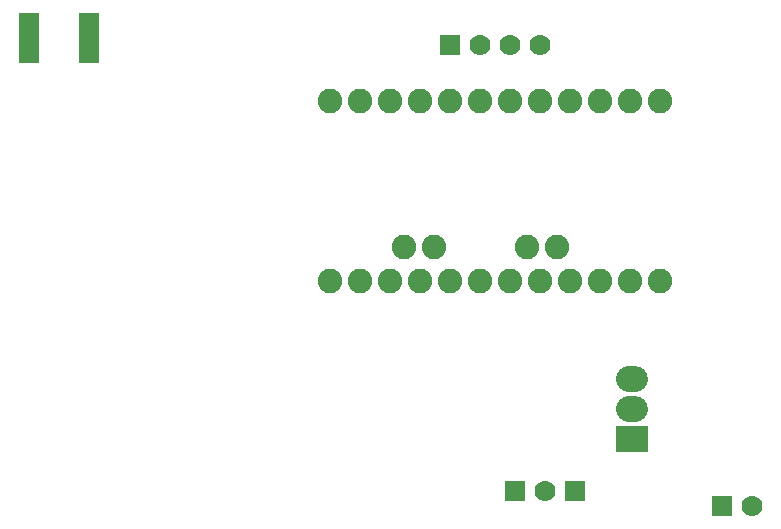
<source format=gbs>
G04 ---------------------------- Layer name :BOTTOM SOLDER LAYER*
G04 EasyEDA v5.7.24, Sat, 01 Sep 2018 15:29:15 GMT*
G04 70d3823de7e84894a96469fe6f11b24c*
G04 Gerber Generator version 0.2*
G04 Scale: 100 percent, Rotated: No, Reflected: No *
G04 Dimensions in inches *
G04 leading zeros omitted , absolute positions ,2 integer and 4 decimal *
%FSLAX24Y24*%
%MOIN*%
G90*
G70D02*

%ADD28C,0.086740*%
%ADD29R,0.070000X0.070000*%
%ADD30C,0.070000*%
%ADD31R,0.068500X0.168500*%
%ADD32C,0.082000*%
%ADD33R,0.106425X0.086740*%

%LPD*%
G54D28*
G01X20761Y5490D02*
G01X20958Y5490D01*
G01X20761Y4490D02*
G01X20958Y4490D01*
G54D29*
G01X18950Y1750D03*
G01X16950Y1750D03*
G54D30*
G01X17950Y1750D03*
G54D31*
G01X2750Y16850D03*
G01X750Y16850D03*
G54D32*
G01X21800Y14750D03*
G01X20800Y14750D03*
G01X19800Y14750D03*
G01X18800Y14750D03*
G01X17800Y14750D03*
G01X16800Y14750D03*
G01X15800Y14750D03*
G01X14800Y14750D03*
G01X13800Y14750D03*
G01X12800Y14750D03*
G01X11800Y14750D03*
G01X10800Y14750D03*
G01X10800Y8750D03*
G01X11800Y8750D03*
G01X12800Y8750D03*
G01X13800Y8750D03*
G01X14800Y8750D03*
G01X15800Y8750D03*
G01X16800Y8750D03*
G01X17800Y8750D03*
G01X18800Y8750D03*
G01X19800Y8750D03*
G01X20800Y8750D03*
G01X21800Y8750D03*
G01X13239Y9880D03*
G01X14239Y9880D03*
G01X18360Y9880D03*
G01X17360Y9880D03*
G54D29*
G01X14800Y16600D03*
G54D30*
G01X15800Y16600D03*
G01X16800Y16600D03*
G01X17800Y16600D03*
G54D33*
G01X20860Y3490D03*
G54D29*
G01X23850Y1250D03*
G54D30*
G01X24850Y1250D03*
M00*
M02*

</source>
